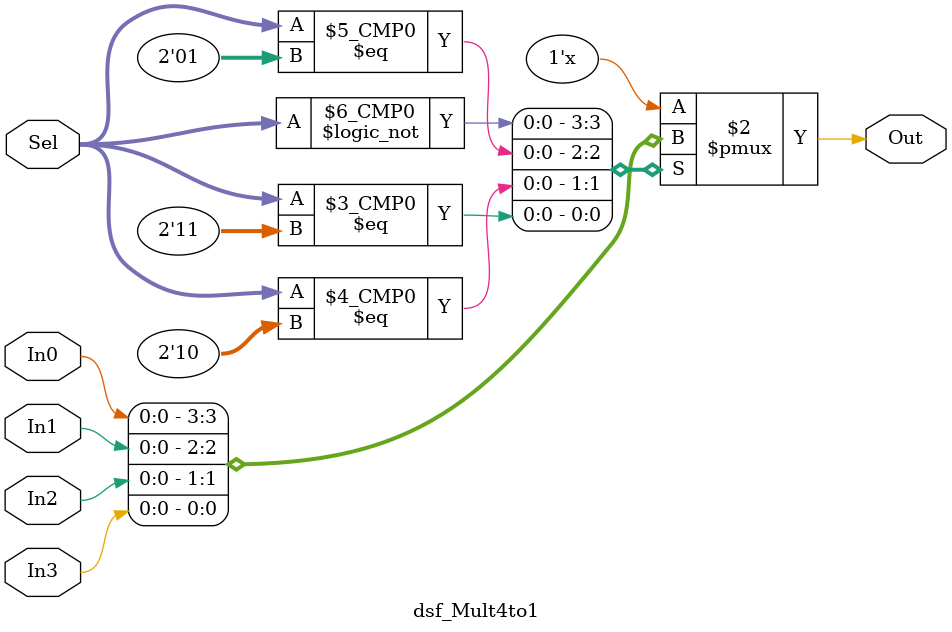
<source format=v>
module dsf_Mult4to1(In0, In1, In2, In3, Sel, Out);
input In0, In1, In2, In3;
input [1:0] Sel;
output reg Out;
always @(In0, In1, In2, In3, Sel)
case (Sel)
	0: Out <= In0;
	1: Out <= In1;
	2: Out <= In2;
	3: Out <= In3;
  endcase
endmodule
</source>
